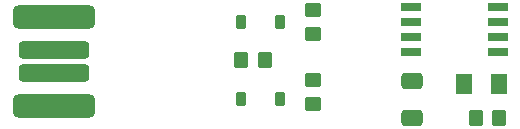
<source format=gbr>
%TF.GenerationSoftware,KiCad,Pcbnew,(7.0.0)*%
%TF.CreationDate,2023-07-16T21:42:08+07:00*%
%TF.ProjectId,Attiny85_USB,41747469-6e79-4383-955f-5553422e6b69,rev?*%
%TF.SameCoordinates,Original*%
%TF.FileFunction,Paste,Top*%
%TF.FilePolarity,Positive*%
%FSLAX46Y46*%
G04 Gerber Fmt 4.6, Leading zero omitted, Abs format (unit mm)*
G04 Created by KiCad (PCBNEW (7.0.0)) date 2023-07-16 21:42:08*
%MOMM*%
%LPD*%
G01*
G04 APERTURE LIST*
G04 Aperture macros list*
%AMRoundRect*
0 Rectangle with rounded corners*
0 $1 Rounding radius*
0 $2 $3 $4 $5 $6 $7 $8 $9 X,Y pos of 4 corners*
0 Add a 4 corners polygon primitive as box body*
4,1,4,$2,$3,$4,$5,$6,$7,$8,$9,$2,$3,0*
0 Add four circle primitives for the rounded corners*
1,1,$1+$1,$2,$3*
1,1,$1+$1,$4,$5*
1,1,$1+$1,$6,$7*
1,1,$1+$1,$8,$9*
0 Add four rect primitives between the rounded corners*
20,1,$1+$1,$2,$3,$4,$5,0*
20,1,$1+$1,$4,$5,$6,$7,0*
20,1,$1+$1,$6,$7,$8,$9,0*
20,1,$1+$1,$8,$9,$2,$3,0*%
G04 Aperture macros list end*
%ADD10RoundRect,0.500000X-3.000000X-0.500000X3.000000X-0.500000X3.000000X0.500000X-3.000000X0.500000X0*%
%ADD11RoundRect,0.375000X-2.625000X-0.375000X2.625000X-0.375000X2.625000X0.375000X-2.625000X0.375000X0*%
%ADD12RoundRect,0.250000X0.650000X-0.412500X0.650000X0.412500X-0.650000X0.412500X-0.650000X-0.412500X0*%
%ADD13RoundRect,0.250000X0.350000X0.450000X-0.350000X0.450000X-0.350000X-0.450000X0.350000X-0.450000X0*%
%ADD14RoundRect,0.250000X-0.450000X0.350000X-0.450000X-0.350000X0.450000X-0.350000X0.450000X0.350000X0*%
%ADD15R,1.700000X0.650000*%
%ADD16RoundRect,0.225000X-0.225000X-0.375000X0.225000X-0.375000X0.225000X0.375000X-0.225000X0.375000X0*%
%ADD17RoundRect,0.250000X-0.350000X-0.450000X0.350000X-0.450000X0.350000X0.450000X-0.350000X0.450000X0*%
%ADD18RoundRect,0.250001X-0.462499X-0.624999X0.462499X-0.624999X0.462499X0.624999X-0.462499X0.624999X0*%
G04 APERTURE END LIST*
D10*
%TO.C,U2*%
X56650000Y-117725000D03*
D11*
X56650000Y-114975000D03*
X56650000Y-112975000D03*
D10*
X56650000Y-110225000D03*
%TD*%
D12*
%TO.C,C1*%
X87020000Y-118755000D03*
X87020000Y-115630000D03*
%TD*%
D13*
%TO.C,R4*%
X74530000Y-113870000D03*
X72530000Y-113870000D03*
%TD*%
D14*
%TO.C,R1*%
X78560000Y-115590000D03*
X78560000Y-117590000D03*
%TD*%
D15*
%TO.C,U1*%
X86939999Y-109369999D03*
X86939999Y-110639999D03*
X86939999Y-111909999D03*
X86939999Y-113179999D03*
X94239999Y-113179999D03*
X94239999Y-111909999D03*
X94239999Y-110639999D03*
X94239999Y-109369999D03*
%TD*%
D14*
%TO.C,R2*%
X78560000Y-109640000D03*
X78560000Y-111640000D03*
%TD*%
D16*
%TO.C,D2*%
X72530000Y-117200000D03*
X75830000Y-117200000D03*
%TD*%
%TO.C,D1*%
X72522500Y-110630000D03*
X75822500Y-110630000D03*
%TD*%
D17*
%TO.C,R3*%
X92370000Y-118740000D03*
X94370000Y-118740000D03*
%TD*%
D18*
%TO.C,D3*%
X91395000Y-115910000D03*
X94370000Y-115910000D03*
%TD*%
M02*

</source>
